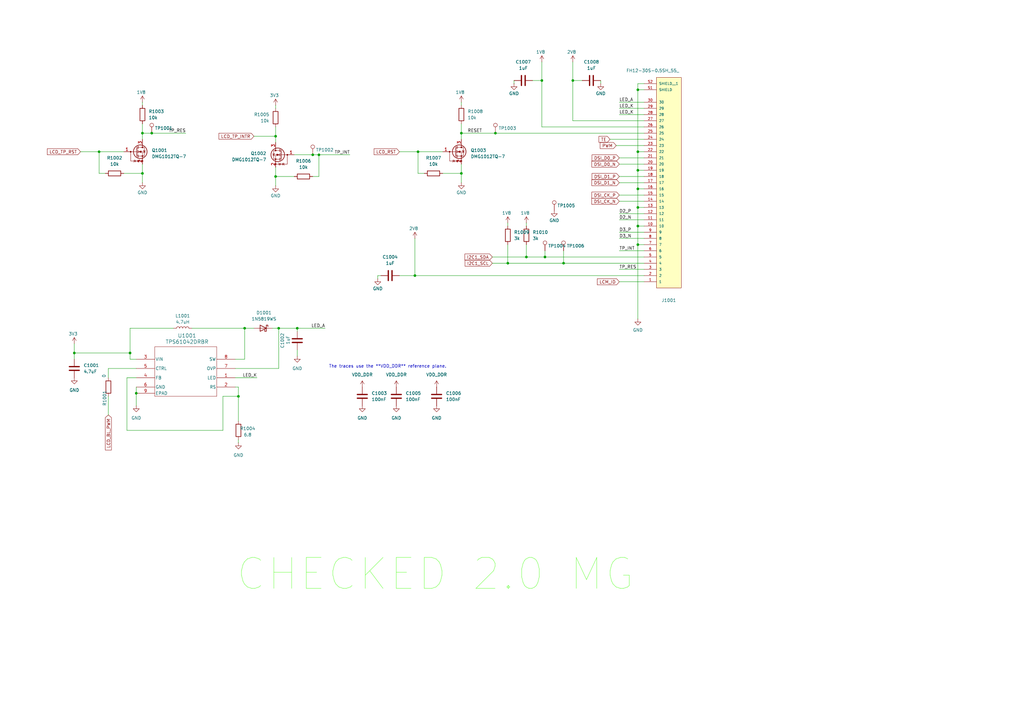
<source format=kicad_sch>
(kicad_sch (version 20250114) (generator "eeschema") (generator_version "9.0")
  (paper "A3")
  (title_block (title "DECKTRIX") (company "DECKTRIX-LAB") (comment 1 "Author: Mykola Grodskyi") (comment 2 "Copyright © 2025 Mykola Grodskyi.") (comment 3 "Licensed under CERN-OHL-S v2 (see LICENSE for details)") (comment 4 "PROVIDED \"AS IS\" WITHOUT WARRANTY OF ANY KIND") (comment 5 "Source: https://github.com/Decktrix-Lab/decktrix"))
  (lib_symbols
    (symbol "Connector:TestPoint" (pin_numbers (hide yes)) (pin_names (offset 0.762) (hide yes))
      (property "Reference" "TP" (at 0 6.858 0))
      (property "Value" "TestPoint" (at 0 5.08 0))
      (symbol "TestPoint_0_1"
        (circle (center 0 3.302) (radius 0.762))
      )
      (symbol "TestPoint_1_1"
        (pin passive line (at 0 0 90) (length 2.54) (name "1") (number "1"))
      )
    )
    (symbol "Device:C" (pin_numbers (hide yes)) (pin_names (offset 0.254))
      (property "Reference" "C" (at 0.635 2.54 0))
      (property "Value" "C" (at 0.635 -2.54 0))
      (symbol "C_0_1"
        (polyline (pts (xy -2.032 0.762) (xy 2.032 0.762)) (stroke (width 0.508)))
        (polyline (pts (xy -2.032 -0.762) (xy 2.032 -0.762)) (stroke (width 0.508)))
      )
      (symbol "C_1_1"
        (pin passive line (at 0 3.81 270) (length 2.794) (name "~") (number "1"))
        (pin passive line (at 0 -3.81 90) (length 2.794) (name "~") (number "2"))
      )
    )
    (symbol "Device:L" (pin_numbers (hide yes)) (pin_names (offset 1.016) (hide yes))
      (property "Reference" "L" (at -1.27 0 90))
      (property "Value" "L" (at 1.905 0 90))
      (symbol "L_0_1"
        (arc (start 0 2.54) (mid 0.6323 1.905) (end 0 1.27))
        (arc (start 0 1.27) (mid 0.6323 0.635) (end 0 0))
        (arc (start 0 0) (mid 0.6323 -0.635) (end 0 -1.27))
        (arc (start 0 -1.27) (mid 0.6323 -1.905) (end 0 -2.54))
      )
      (symbol "L_1_1"
        (pin passive line (at 0 3.81 270) (length 1.27) (name "1") (number "1"))
        (pin passive line (at 0 -3.81 90) (length 1.27) (name "2") (number "2"))
      )
    )
    (symbol "Device:R" (pin_numbers (hide yes)) (pin_names (offset 0))
      (property "Reference" "R" (at 2.032 0 90))
      (property "Value" "R" (at 0 0 90))
      (symbol "R_0_1"
        (rectangle (start -1.016 -2.54) (end 1.016 2.54) (stroke (width 0.254)))
      )
      (symbol "R_1_1"
        (pin passive line (at 0 3.81 270) (length 1.27) (name "~") (number "1"))
        (pin passive line (at 0 -3.81 90) (length 1.27) (name "~") (number "2"))
      )
    )
    (symbol "Diode:1N5819WS" (pin_numbers (hide yes)) (pin_names (offset 1.016) (hide yes))
      (property "Reference" "D" (at 0 2.54 0))
      (property "Value" "1N5819WS" (at 0 -2.54 0))
      (symbol "1N5819WS_0_1"
        (polyline (pts (xy -1.905 0.635) (xy -1.905 1.27) (xy -1.27 1.27) (xy -1.27 -1.27) (xy -0.635 -1.27) (xy -0.635 -0.635)) (stroke (width 0.254)))
        (polyline (pts (xy 1.27 1.27) (xy 1.27 -1.27) (xy -1.27 0) (xy 1.27 1.27)) (stroke (width 0.254)))
        (polyline (pts (xy 1.27 0) (xy -1.27 0)))
      )
      (symbol "1N5819WS_1_1"
        (pin passive line (at -3.81 0 0) (length 2.54) (name "K") (number "1"))
        (pin passive line (at 3.81 0 180) (length 2.54) (name "A") (number "2"))
      )
    )
    (symbol "FH12-30S-0.5SH_55_:FH12-30S-0.5SH_55_" (pin_names (offset 1.016))
      (property "Reference" "J" (at -5.1031 41.2766 0))
      (property "Value" "FH12-30S-0.5SH_55_" (at -5.0944 -48.3335 0))
      (symbol "FH12-30S-0.5SH_55__0_0"
        (rectangle (start -5.08 -45.72) (end 5.08 40.64) (stroke (width 0.1524)) (fill (type background)))
        (pin passive line (at 10.16 38.1 180) (length 5.08) (name "1") (number "1"))
        (pin passive line (at 10.16 35.56 180) (length 5.08) (name "2") (number "2"))
        (pin passive line (at 10.16 33.02 180) (length 5.08) (name "3") (number "3"))
        (pin passive line (at 10.16 30.48 180) (length 5.08) (name "4") (number "4"))
        (pin passive line (at 10.16 27.94 180) (length 5.08) (name "5") (number "5"))
        (pin passive line (at 10.16 25.4 180) (length 5.08) (name "6") (number "6"))
        (pin passive line (at 10.16 22.86 180) (length 5.08) (name "7") (number "7"))
        (pin passive line (at 10.16 20.32 180) (length 5.08) (name "8") (number "8"))
        (pin passive line (at 10.16 17.78 180) (length 5.08) (name "9") (number "9"))
        (pin passive line (at 10.16 15.24 180) (length 5.08) (name "10") (number "10"))
        (pin passive line (at 10.16 12.7 180) (length 5.08) (name "11") (number "11"))
        (pin passive line (at 10.16 10.16 180) (length 5.08) (name "12") (number "12"))
        (pin passive line (at 10.16 7.62 180) (length 5.08) (name "13") (number "13"))
        (pin passive line (at 10.16 5.08 180) (length 5.08) (name "14") (number "14"))
        (pin passive line (at 10.16 2.54 180) (length 5.08) (name "15") (number "15"))
        (pin passive line (at 10.16 0 180) (length 5.08) (name "16") (number "16"))
        (pin passive line (at 10.16 -2.54 180) (length 5.08) (name "17") (number "17"))
        (pin passive line (at 10.16 -5.08 180) (length 5.08) (name "18") (number "18"))
        (pin passive line (at 10.16 -7.62 180) (length 5.08) (name "19") (number "19"))
        (pin passive line (at 10.16 -10.16 180) (length 5.08) (name "20") (number "20"))
        (pin passive line (at 10.16 -12.7 180) (length 5.08) (name "21") (number "21"))
        (pin passive line (at 10.16 -15.24 180) (length 5.08) (name "22") (number "22"))
        (pin passive line (at 10.16 -17.78 180) (length 5.08) (name "23") (number "23"))
        (pin passive line (at 10.16 -20.32 180) (length 5.08) (name "24") (number "24"))
        (pin passive line (at 10.16 -22.86 180) (length 5.08) (name "25") (number "25"))
        (pin passive line (at 10.16 -25.4 180) (length 5.08) (name "26") (number "26"))
        (pin passive line (at 10.16 -27.94 180) (length 5.08) (name "27") (number "27"))
        (pin passive line (at 10.16 -30.48 180) (length 5.08) (name "28") (number "28"))
        (pin passive line (at 10.16 -33.02 180) (length 5.08) (name "29") (number "29"))
        (pin passive line (at 10.16 -35.56 180) (length 5.08) (name "30") (number "30"))
        (pin passive line (at 10.16 -40.64 180) (length 5.08) (name "SHIELD") (number "S1"))
        (pin passive line (at 10.16 -43.18 180) (length 5.08) (name "SHIELD__1") (number "S2"))
      )
    )
    (symbol "TPS61042:TPS61042DRBR" (pin_names (offset 0.254))
      (property "Reference" "U" (at 27.94 10.16 0))
      (property "Value" "TPS61042DRBR" (at 27.94 7.62 0))
      (symbol "TPS61042DRBR_0_1"
        (polyline (pts (xy 7.62 5.08) (xy 7.62 -15.24)) (stroke (width 0.127)))
        (polyline (pts (xy 7.62 -15.24) (xy 33.02 -15.24)) (stroke (width 0.127)) (fill (type background)))
        (polyline (pts (xy 33.02 5.08) (xy 7.62 5.08)) (stroke (width 0.127)))
        (polyline (pts (xy 33.02 -15.24) (xy 33.02 5.08)) (stroke (width 0.127)))
        (pin input line (at 0 0 0) (length 7.62) (name "VIN") (number "3"))
        (pin input line (at 0 -3.81 0) (length 7.62) (name "CTRL") (number "5"))
        (pin input line (at 0 -7.62 0) (length 7.62) (name "FB") (number "4"))
        (pin power_in line (at 0 -11.43 0) (length 7.62) (name "GND") (number "6"))
        (pin unspecified line (at 0 -13.97 0) (length 7.62) (name "EPAD") (number "9"))
        (pin input line (at 40.64 0 180) (length 7.62) (name "SW") (number "8"))
        (pin input line (at 40.64 -3.81 180) (length 7.62) (name "OVP") (number "7"))
        (pin input line (at 40.64 -7.62 180) (length 7.62) (name "LED") (number "1"))
        (pin output line (at 40.64 -11.43 180) (length 7.62) (name "RS") (number "2"))
      )
    )
    (symbol "Transistor_FET:DMG1012T" (pin_names (offset 0) (hide yes))
      (property "Reference" "Q" (at 5.08 1.905 0))
      (property "Value" "DMG1012T" (at 5.08 0 0))
      (symbol "DMG1012T_0_1"
        (polyline (pts (xy 2.54 -3.81) (xy -2.286 -3.81) (xy -2.286 0)))
      )
      (symbol "DMG1012T_1_1"
        (circle (center -2.286 0) (radius 0.254) (fill (type outline)))
        (polyline (pts (xy -1.016 -4.318) (xy -0.889 -4.191) (xy -0.889 -3.429) (xy -0.762 -3.302)))
        (polyline (pts (xy -0.889 -3.81) (xy -0.254 -4.191) (xy -0.254 -3.429) (xy -0.889 -3.81)))
        (polyline (pts (xy 0.254 1.905) (xy 0.254 -1.905)) (stroke (width 0.254)))
        (polyline (pts (xy 0.254 0) (xy -2.54 0)))
        (polyline (pts (xy 0.762 2.286) (xy 0.762 1.27)) (stroke (width 0.254)))
        (polyline (pts (xy 0.762 0.508) (xy 0.762 -0.508)) (stroke (width 0.254)))
        (polyline (pts (xy 0.762 -1.27) (xy 0.762 -2.286)) (stroke (width 0.254)))
        (polyline (pts (xy 0.762 -1.778) (xy 3.302 -1.778) (xy 3.302 1.778) (xy 0.762 1.778)))
        (polyline (pts (xy 1.016 0) (xy 2.032 0.381) (xy 2.032 -0.381) (xy 1.016 0)) (fill (type outline)))
        (polyline (pts (xy 1.143 -3.81) (xy 0.508 -3.429) (xy 0.508 -4.191) (xy 1.143 -3.81)))
        (polyline (pts (xy 1.27 -3.302) (xy 1.143 -3.429) (xy 1.143 -4.191) (xy 1.016 -4.318)))
        (circle (center 1.651 0) (radius 2.794) (stroke (width 0.254)))
        (polyline (pts (xy 2.54 2.54) (xy 2.54 1.778)))
        (circle (center 2.54 1.778) (radius 0.254) (fill (type outline)))
        (circle (center 2.54 -1.778) (radius 0.254) (fill (type outline)))
        (polyline (pts (xy 2.54 -2.54) (xy 2.54 0) (xy 0.762 0)))
        (circle (center 2.54 -3.81) (radius 0.254) (fill (type outline)))
        (polyline (pts (xy 2.794 0.508) (xy 2.921 0.381) (xy 3.683 0.381) (xy 3.81 0.254)))
        (polyline (pts (xy 3.302 0.381) (xy 2.921 -0.254) (xy 3.683 -0.254) (xy 3.302 0.381)))
        (pin input line (at -5.08 0 0) (length 2.54) (name "G") (number "1"))
        (pin passive line (at 2.54 5.08 270) (length 2.54) (name "D") (number "3"))
        (pin passive line (at 2.54 -5.08 90) (length 2.54) (name "S") (number "2"))
      )
    )
    (symbol "power:+36V" (power) (pin_numbers (hide yes)) (pin_names (offset 0) (hide yes))
      (property "Value" "+36V" (at 0 3.556 0))
      (symbol "+36V_0_1"
        (polyline (pts (xy -0.762 1.27) (xy 0 2.54)))
        (polyline (pts (xy 0 2.54) (xy 0.762 1.27)))
        (polyline (pts (xy 0 0) (xy 0 2.54)))
      )
      (symbol "+36V_1_1"
        (pin power_in line (at 0 0 90) (length 0) (name "~") (number "1"))
      )
    )
    (symbol "power:GND" (power) (pin_numbers (hide yes)) (pin_names (offset 0) (hide yes))
      (property "Value" "GND" (at 0 -3.81 0))
      (symbol "GND_0_1"
        (polyline (pts (xy 0 0) (xy 0 -1.27) (xy 1.27 -1.27) (xy 0 -2.54) (xy -1.27 -1.27) (xy 0 -1.27)))
      )
      (symbol "GND_1_1"
        (pin power_in line (at 0 0 270) (length 0) (name "~") (number "1"))
      )
    )
    (symbol "power:VCC" (power) (pin_numbers (hide yes)) (pin_names (offset 0) (hide yes))
      (property "Value" "VCC" (at 0 3.556 0))
      (symbol "VCC_0_1"
        (polyline (pts (xy -0.762 1.27) (xy 0 2.54)))
        (polyline (pts (xy 0 2.54) (xy 0.762 1.27)))
        (polyline (pts (xy 0 0) (xy 0 2.54)))
      )
      (symbol "VCC_1_1"
        (pin power_in line (at 0 0 90) (length 0) (name "~") (number "1"))
      )
    )
  )
  (text "The traces use the **VDD_DDR** reference plane." (at 159.004 150.368 0) (effects (font (size 1.27 1.27))))
  (text "CHECKED 2.0 MG\n" (at 178.562 235.712 0) (effects (font (size 12.7 12.7))))
  (junction (at 222.25 33.02))
  (junction (at 223.52 105.41))
  (junction (at 114.3 134.62))
  (junction (at 261.62 92.71))
  (junction (at 121.92 134.62))
  (junction (at 208.28 107.95))
  (junction (at 62.23 54.61))
  (junction (at 261.62 36.83))
  (junction (at 113.03 72.39))
  (junction (at 231.14 107.95))
  (junction (at 203.2 54.61))
  (junction (at 215.9 105.41))
  (junction (at 261.62 62.23))
  (junction (at 261.62 100.33))
  (junction (at 40.64 62.23))
  (junction (at 58.42 54.61))
  (junction (at 97.79 162.56))
  (junction (at 30.48 144.78))
  (junction (at 130.81 63.5))
  (junction (at 128.27 63.5))
  (junction (at 189.23 71.12))
  (junction (at 170.18 113.03))
  (junction (at 234.95 33.02))
  (junction (at 261.62 69.85))
  (junction (at 261.62 77.47))
  (junction (at 53.34 144.78))
  (junction (at 171.45 62.23))
  (junction (at 55.88 161.29))
  (junction (at 100.33 134.62))
  (junction (at 189.23 54.61))
  (junction (at 58.42 71.12))
  (junction (at 113.03 55.88))
  (junction (at 261.62 85.09))
  (wire (pts (xy 163.83 113.03) (xy 170.18 113.03)))
  (wire (pts (xy 121.92 134.62) (xy 121.92 135.89)))
  (wire (pts (xy 210.82 34.29) (xy 210.82 33.02)))
  (wire (pts (xy 128.27 72.39) (xy 130.81 72.39)))
  (wire (pts (xy 254 87.63) (xy 264.16 87.63)))
  (wire (pts (xy 128.27 63.5) (xy 120.65 63.5)))
  (wire (pts (xy 130.81 63.5) (xy 128.27 63.5)))
  (wire (pts (xy 58.42 54.61) (xy 62.23 54.61)))
  (wire (pts (xy 97.79 180.34) (xy 97.79 181.61)))
  (wire (pts (xy 154.94 114.3) (xy 154.94 113.03)))
  (wire (pts (xy 58.42 41.91) (xy 58.42 43.18)))
  (wire (pts (xy 58.42 54.61) (xy 58.42 57.15)))
  (wire (pts (xy 40.64 71.12) (xy 40.64 62.23)))
  (wire (pts (xy 261.62 36.83) (xy 264.16 36.83)))
  (wire (pts (xy 223.52 102.87) (xy 223.52 105.41)))
  (wire (pts (xy 254 97.79) (xy 264.16 97.79)))
  (wire (pts (xy 261.62 36.83) (xy 261.62 62.23)))
  (wire (pts (xy 261.62 100.33) (xy 264.16 100.33)))
  (wire (pts (xy 170.18 113.03) (xy 264.16 113.03)))
  (wire (pts (xy 163.83 62.23) (xy 171.45 62.23)))
  (wire (pts (xy 222.25 33.02) (xy 222.25 52.07)))
  (wire (pts (xy 261.62 77.47) (xy 264.16 77.47)))
  (wire (pts (xy 96.52 147.32) (xy 100.33 147.32)))
  (wire (pts (xy 171.45 71.12) (xy 171.45 62.23)))
  (wire (pts (xy 254 72.39) (xy 264.16 72.39)))
  (wire (pts (xy 113.03 43.18) (xy 113.03 44.45)))
  (wire (pts (xy 55.88 158.75) (xy 55.88 161.29)))
  (wire (pts (xy 62.23 54.61) (xy 76.2 54.61)))
  (wire (pts (xy 254 64.77) (xy 264.16 64.77)))
  (wire (pts (xy 254 44.45) (xy 264.16 44.45)))
  (wire (pts (xy 261.62 34.29) (xy 261.62 36.83)))
  (wire (pts (xy 33.02 62.23) (xy 40.64 62.23)))
  (wire (pts (xy 171.45 62.23) (xy 181.61 62.23)))
  (wire (pts (xy 261.62 85.09) (xy 261.62 92.71)))
  (wire (pts (xy 55.88 161.29) (xy 55.88 166.37)))
  (wire (pts (xy 30.48 147.32) (xy 30.48 144.78)))
  (wire (pts (xy 114.3 134.62) (xy 114.3 151.13)))
  (wire (pts (xy 50.8 71.12) (xy 58.42 71.12)))
  (wire (pts (xy 53.34 147.32) (xy 53.34 144.78)))
  (wire (pts (xy 58.42 74.93) (xy 58.42 71.12)))
  (wire (pts (xy 234.95 33.02) (xy 234.95 49.53)))
  (wire (pts (xy 189.23 54.61) (xy 203.2 54.61)))
  (wire (pts (xy 189.23 50.8) (xy 189.23 54.61)))
  (wire (pts (xy 173.99 71.12) (xy 171.45 71.12)))
  (wire (pts (xy 261.62 62.23) (xy 261.62 69.85)))
  (wire (pts (xy 261.62 100.33) (xy 261.62 130.81)))
  (wire (pts (xy 97.79 162.56) (xy 91.44 162.56)))
  (wire (pts (xy 215.9 91.44) (xy 215.9 92.71)))
  (wire (pts (xy 250.19 57.15) (xy 264.16 57.15)))
  (wire (pts (xy 43.18 71.12) (xy 40.64 71.12)))
  (wire (pts (xy 254 80.01) (xy 264.16 80.01)))
  (wire (pts (xy 231.14 107.95) (xy 264.16 107.95)))
  (wire (pts (xy 30.48 140.97) (xy 30.48 144.78)))
  (wire (pts (xy 189.23 74.93) (xy 189.23 71.12)))
  (wire (pts (xy 201.93 107.95) (xy 208.28 107.95)))
  (wire (pts (xy 44.45 170.18) (xy 44.45 162.56)))
  (wire (pts (xy 254 74.93) (xy 264.16 74.93)))
  (wire (pts (xy 44.45 154.94) (xy 44.45 151.13)))
  (wire (pts (xy 113.03 76.2) (xy 113.03 72.39)))
  (wire (pts (xy 208.28 107.95) (xy 231.14 107.95)))
  (wire (pts (xy 261.62 69.85) (xy 264.16 69.85)))
  (wire (pts (xy 254 95.25) (xy 264.16 95.25)))
  (wire (pts (xy 254 46.99) (xy 264.16 46.99)))
  (wire (pts (xy 113.03 72.39) (xy 113.03 68.58)))
  (wire (pts (xy 58.42 50.8) (xy 58.42 54.61)))
  (wire (pts (xy 254 110.49) (xy 264.16 110.49)))
  (wire (pts (xy 234.95 49.53) (xy 264.16 49.53)))
  (wire (pts (xy 130.81 63.5) (xy 143.51 63.5)))
  (wire (pts (xy 246.38 34.29) (xy 246.38 33.02)))
  (wire (pts (xy 234.95 25.4) (xy 234.95 33.02)))
  (wire (pts (xy 113.03 58.42) (xy 113.03 55.88)))
  (wire (pts (xy 181.61 71.12) (xy 189.23 71.12)))
  (wire (pts (xy 203.2 54.61) (xy 264.16 54.61)))
  (wire (pts (xy 264.16 34.29) (xy 261.62 34.29)))
  (wire (pts (xy 201.93 105.41) (xy 215.9 105.41)))
  (wire (pts (xy 264.16 62.23) (xy 261.62 62.23)))
  (wire (pts (xy 223.52 105.41) (xy 264.16 105.41)))
  (wire (pts (xy 91.44 176.53) (xy 52.07 176.53)))
  (wire (pts (xy 52.07 154.94) (xy 55.88 154.94)))
  (wire (pts (xy 170.18 97.79) (xy 170.18 113.03)))
  (wire (pts (xy 238.76 33.02) (xy 234.95 33.02)))
  (wire (pts (xy 231.14 102.87) (xy 231.14 107.95)))
  (wire (pts (xy 215.9 100.33) (xy 215.9 105.41)))
  (wire (pts (xy 215.9 105.41) (xy 223.52 105.41)))
  (wire (pts (xy 264.16 85.09) (xy 261.62 85.09)))
  (wire (pts (xy 113.03 52.07) (xy 113.03 55.88)))
  (wire (pts (xy 100.33 134.62) (xy 100.33 147.32)))
  (wire (pts (xy 261.62 69.85) (xy 261.62 77.47)))
  (wire (pts (xy 44.45 151.13) (xy 55.88 151.13)))
  (wire (pts (xy 222.25 52.07) (xy 264.16 52.07)))
  (wire (pts (xy 96.52 158.75) (xy 97.79 158.75)))
  (wire (pts (xy 208.28 91.44) (xy 208.28 92.71)))
  (wire (pts (xy 218.44 33.02) (xy 222.25 33.02)))
  (wire (pts (xy 111.76 134.62) (xy 114.3 134.62)))
  (wire (pts (xy 121.92 143.51) (xy 121.92 146.05)))
  (wire (pts (xy 261.62 77.47) (xy 261.62 85.09)))
  (wire (pts (xy 208.28 100.33) (xy 208.28 107.95)))
  (wire (pts (xy 30.48 144.78) (xy 53.34 144.78)))
  (wire (pts (xy 120.65 72.39) (xy 113.03 72.39)))
  (wire (pts (xy 104.14 55.88) (xy 113.03 55.88)))
  (wire (pts (xy 254 102.87) (xy 264.16 102.87)))
  (wire (pts (xy 114.3 151.13) (xy 96.52 151.13)))
  (wire (pts (xy 254 41.91) (xy 264.16 41.91)))
  (wire (pts (xy 114.3 134.62) (xy 121.92 134.62)))
  (wire (pts (xy 52.07 176.53) (xy 52.07 154.94)))
  (wire (pts (xy 254 82.55) (xy 264.16 82.55)))
  (wire (pts (xy 55.88 147.32) (xy 53.34 147.32)))
  (wire (pts (xy 78.74 134.62) (xy 100.33 134.62)))
  (wire (pts (xy 97.79 162.56) (xy 97.79 172.72)))
  (wire (pts (xy 97.79 162.56) (xy 97.79 158.75)))
  (wire (pts (xy 96.52 154.94) (xy 105.41 154.94)))
  (wire (pts (xy 254 115.57) (xy 264.16 115.57)))
  (wire (pts (xy 58.42 71.12) (xy 58.42 67.31)))
  (wire (pts (xy 40.64 62.23) (xy 50.8 62.23)))
  (wire (pts (xy 154.94 113.03) (xy 156.21 113.03)))
  (wire (pts (xy 121.92 134.62) (xy 133.35 134.62)))
  (wire (pts (xy 100.33 134.62) (xy 104.14 134.62)))
  (wire (pts (xy 261.62 92.71) (xy 261.62 100.33)))
  (wire (pts (xy 91.44 162.56) (xy 91.44 176.53)))
  (wire (pts (xy 254 90.17) (xy 264.16 90.17)))
  (wire (pts (xy 53.34 144.78) (xy 53.34 134.62)))
  (wire (pts (xy 189.23 57.15) (xy 189.23 54.61)))
  (wire (pts (xy 53.34 134.62) (xy 71.12 134.62)))
  (wire (pts (xy 261.62 92.71) (xy 264.16 92.71)))
  (wire (pts (xy 254 67.31) (xy 264.16 67.31)))
  (wire (pts (xy 189.23 41.91) (xy 189.23 43.18)))
  (wire (pts (xy 252.73 59.69) (xy 264.16 59.69)))
  (wire (pts (xy 130.81 72.39) (xy 130.81 63.5)))
  (wire (pts (xy 222.25 25.4) (xy 222.25 33.02)))
  (wire (pts (xy 189.23 71.12) (xy 189.23 67.31)))
  (label "LED_K" (at 105.41 154.94 180))
  (label "LED_A" (at 133.35 134.62 180))
  (label "LED_K" (at 254 44.45 0))
  (label "D2_N" (at 254 90.17 0))
  (label "D2_P" (at 254 87.63 0))
  (label "TP_RES" (at 254 110.49 0))
  (label "LED_K" (at 254 46.99 0))
  (label "TP_INT" (at 143.51 63.5 180))
  (label "LED_A" (at 254 41.91 0))
  (label "RESET" (at 191.77 54.61 0))
  (label "TP_RES" (at 76.2 54.61 180))
  (label "TP_INT" (at 254 102.87 0))
  (label "D3_P" (at 254 95.25 0))
  (label "D3_N" (at 254 97.79 0))
  (global_label "DSI_D1_N" (shape input) (at 254 74.93 180) (property "Intersheetrefs" "${INTERSHEET_REFS}" (effects (hide yes))))
  (global_label "I2C1_SDA" (shape input) (at 201.93 105.41 180) (property "Intersheetrefs" "${INTERSHEET_REFS}" (effects (hide yes))))
  (global_label "I2C1_SCL" (shape input) (at 201.93 107.95 180) (property "Intersheetrefs" "${INTERSHEET_REFS}" (effects (hide yes))))
  (global_label "LCD_TP_INTR" (shape input) (at 104.14 55.88 180) (property "Intersheetrefs" "${INTERSHEET_REFS}" (effects (hide yes))))
  (global_label "LCM_ID" (shape input) (at 254 115.57 180) (property "Intersheetrefs" "${INTERSHEET_REFS}" (effects (hide yes))))
  (global_label "DSI_CK_P" (shape input) (at 254 80.01 180) (property "Intersheetrefs" "${INTERSHEET_REFS}" (effects (hide yes))))
  (global_label "DSI_D0_P" (shape input) (at 254 64.77 180) (property "Intersheetrefs" "${INTERSHEET_REFS}" (effects (hide yes))))
  (global_label "DSI_D1_P" (shape input) (at 254 72.39 180) (property "Intersheetrefs" "${INTERSHEET_REFS}" (effects (hide yes))))
  (global_label "DSI_CK_N" (shape input) (at 254 82.55 180) (property "Intersheetrefs" "${INTERSHEET_REFS}" (effects (hide yes))))
  (global_label "TE" (shape input) (at 250.19 57.15 180) (property "Intersheetrefs" "${INTERSHEET_REFS}" (effects (hide yes))))
  (global_label "PWM" (shape input) (at 252.73 59.69 180) (property "Intersheetrefs" "${INTERSHEET_REFS}" (effects (hide yes))))
  (global_label "LCD_TP_RST" (shape input) (at 33.02 62.23 180) (property "Intersheetrefs" "${INTERSHEET_REFS}" (effects (hide yes))))
  (global_label "LCD_RST" (shape input) (at 163.83 62.23 180) (property "Intersheetrefs" "${INTERSHEET_REFS}" (effects (hide yes))))
  (global_label "DSI_D0_N" (shape input) (at 254 67.31 180) (property "Intersheetrefs" "${INTERSHEET_REFS}" (effects (hide yes))))
  (global_label "LCD_BL_PWM" (shape input) (at 44.45 170.18 270) (property "Intersheetrefs" "${INTERSHEET_REFS}" (effects (hide yes))))
  (symbol (lib_id "power:VCC") (at 222.25 25.4 0) (unit 1)
    (property "Reference" "#PWR01023" (effects (hide yes)))
    (property "Value" "1V8" (at 221.742 21.336 0))
    (property "Description" "Power symbol creates a global label with name \"VCC\"" (effects (hide yes)))
  )
  (symbol (lib_id "Device:C") (at 242.57 33.02 90) (unit 1)
    (property "Reference" "C1008" (at 242.57 25.4 90))
    (property "Value" "1uF" (at 242.57 27.94 90))
    (property "Footprint" "lib:C_0402_small" (effects (hide yes)))
    (property "Description" "Unpolarized capacitor" (effects (hide yes)))
    (property "LCSC Part #" "C52923" (effects (hide yes)))
    (property "REC P/N" "GRM155R61E105KA12D" (effects (hide yes)))
    (property "Mouser P/N" "81-GRM155R61E105KA2D" (effects (hide yes)))
  )
  (symbol (lib_id "power:VCC") (at 113.03 43.18 0) (unit 1)
    (property "Reference" "#PWR01007" (effects (hide yes)))
    (property "Value" "3V3" (at 112.522 39.116 0))
    (property "Description" "Power symbol creates a global label with name \"VCC\"" (effects (hide yes)))
  )
  (symbol (lib_id "power:GND") (at 113.03 76.2 0) (mirror y) (unit 1)
    (property "Reference" "#PWR01008" (effects (hide yes)))
    (property "Value" "GND" (at 113.03 80.264 0))
    (property "Description" "Power symbol creates a global label with name \"GND\" , ground" (effects (hide yes)))
  )
  (symbol (lib_id "power:GND") (at 227.33 86.36 0) (unit 1)
    (property "Reference" "#PWR01024" (effects (hide yes)))
    (property "Value" "GND" (at 227.33 90.424 0))
    (property "Description" "Power symbol creates a global label with name \"GND\" , ground" (effects (hide yes)))
  )
  (symbol (lib_id "power:GND") (at 30.48 154.94 0) (unit 1)
    (property "Reference" "#PWR01002" (effects (hide yes)))
    (property "Value" "GND" (at 30.48 160.02 0))
    (property "Description" "Power symbol creates a global label with name \"GND\" , ground" (effects (hide yes)))
  )
  (symbol (lib_id "power:+36V") (at 148.59 158.75 0) (unit 1)
    (property "Reference" "#PWR01010" (effects (hide yes)))
    (property "Value" "VDD_DDR" (at 148.59 153.67 0))
    (property "Description" "Power symbol creates a global label with name \"+36V\"" (effects (hide yes)))
  )
  (symbol (lib_id "power:VCC") (at 170.18 97.79 0) (unit 1)
    (property "Reference" "#PWR01015" (effects (hide yes)))
    (property "Value" "2V8" (at 169.672 93.726 0))
    (property "Description" "Power symbol creates a global label with name \"VCC\"" (effects (hide yes)))
  )
  (symbol (lib_id "Connector:TestPoint") (at 203.2 54.61 0) (unit 1)
    (property "Reference" "TP1003" (at 204.47 52.578 0) (effects (justify left)))
    (property "Value" "TestPoint" (effects (hide yes)))
    (property "Footprint" "lib:TP_0.5" (effects (hide yes)))
    (property "Description" "test point" (effects (hide yes)))
    (property "LCSC Part #" "DNI" (effects (hide yes)))
    (property "Mouser P/N" "DNI" (effects (hide yes)))
    (property "REC P/N" "DNI" (effects (hide yes)))
  )
  (symbol (lib_id "Connector:TestPoint") (at 62.23 54.61 0) (unit 1)
    (property "Reference" "TP1001" (at 63.5 52.578 0) (effects (justify left)))
    (property "Value" "TestPoint" (effects (hide yes)))
    (property "Footprint" "lib:TP_0.5" (effects (hide yes)))
    (property "Description" "test point" (effects (hide yes)))
    (property "LCSC Part #" "DNI" (effects (hide yes)))
    (property "Mouser P/N" "DNI" (effects (hide yes)))
    (property "REC P/N" "DNI" (effects (hide yes)))
  )
  (symbol (lib_id "Device:C") (at 162.56 162.56 0) (unit 1)
    (property "Reference" "C1005" (at 166.37 161.2899 0) (effects (justify left)))
    (property "Value" "100nF" (at 166.37 163.8299 0) (effects (justify left)))
    (property "Footprint" "lib:C_0402_small" (effects (hide yes)))
    (property "Description" "Unpolarized capacitor" (effects (hide yes)))
    (property "LCSC#" "C1525" (effects (hide yes)))
    (property "LCSC Part #" "C307331" (effects (hide yes)))
    (property "Mouser P/N" "81-GRM155R61E104KA7J" (effects (hide yes)))
    (property "REC P/N" " GRM155R61E104KA87J" (effects (hide yes)))
  )
  (symbol (lib_id "power:GND") (at 162.56 166.37 0) (unit 1)
    (property "Reference" "#PWR01014" (effects (hide yes)))
    (property "Value" "GND" (at 162.56 171.45 0))
    (property "Description" "Power symbol creates a global label with name \"GND\" , ground" (effects (hide yes)))
  )
  (symbol (lib_id "power:VCC") (at 189.23 41.91 0) (unit 1)
    (property "Reference" "#PWR01018" (effects (hide yes)))
    (property "Value" "1V8" (at 188.722 37.846 0))
    (property "Description" "Power symbol creates a global label with name \"VCC\"" (effects (hide yes)))
  )
  (symbol (lib_id "power:GND") (at 154.94 114.3 0) (unit 1)
    (property "Reference" "#PWR01012" (effects (hide yes)))
    (property "Value" "GND" (at 154.94 118.364 0))
    (property "Description" "Power symbol creates a global label with name \"GND\" , ground" (effects (hide yes)))
  )
  (symbol (lib_id "Device:C") (at 148.59 162.56 0) (unit 1)
    (property "Reference" "C1003" (at 152.4 161.2899 0) (effects (justify left)))
    (property "Value" "100nF" (at 152.4 163.8299 0) (effects (justify left)))
    (property "Footprint" "lib:C_0402_small" (effects (hide yes)))
    (property "Description" "Unpolarized capacitor" (effects (hide yes)))
    (property "LCSC#" "C1525" (effects (hide yes)))
    (property "LCSC Part #" "C307331" (effects (hide yes)))
    (property "Mouser P/N" "81-GRM155R61E104KA7J" (effects (hide yes)))
    (property "REC P/N" " GRM155R61E104KA87J" (effects (hide yes)))
  )
  (symbol (lib_id "power:GND") (at 58.42 74.93 0) (unit 1)
    (property "Reference" "#PWR01005" (effects (hide yes)))
    (property "Value" "GND" (at 58.42 78.994 0))
    (property "Description" "Power symbol creates a global label with name \"GND\" , ground" (effects (hide yes)))
  )
  (symbol (lib_id "power:GND") (at 210.82 34.29 0) (unit 1)
    (property "Reference" "#PWR01021" (effects (hide yes)))
    (property "Value" "GND" (at 210.82 38.354 0))
    (property "Description" "Power symbol creates a global label with name \"GND\" , ground" (effects (hide yes)))
  )
  (symbol (lib_id "power:VCC") (at 208.28 91.44 0) (unit 1)
    (property "Reference" "#PWR01020" (effects (hide yes)))
    (property "Value" "1V8" (at 207.772 87.376 0))
    (property "Description" "Power symbol creates a global label with name \"VCC\"" (effects (hide yes)))
  )
  (symbol (lib_id "power:VCC") (at 58.42 41.91 0) (unit 1)
    (property "Reference" "#PWR01004" (effects (hide yes)))
    (property "Value" "1V8" (at 57.912 37.846 0))
    (property "Description" "Power symbol creates a global label with name \"VCC\"" (effects (hide yes)))
  )
  (symbol (lib_id "power:VCC") (at 30.48 140.97 0) (unit 1)
    (property "Reference" "#PWR01001" (effects (hide yes)))
    (property "Value" "3V3" (at 29.972 136.906 0))
    (property "Description" "Power symbol creates a global label with name \"VCC\"" (effects (hide yes)))
  )
  (symbol (lib_id "Connector:TestPoint") (at 227.33 86.36 0) (unit 1)
    (property "Reference" "TP1005" (at 228.6 84.328 0) (effects (justify left)))
    (property "Value" "TestPoint" (effects (hide yes)))
    (property "Footprint" "lib:TP_0.5" (effects (hide yes)))
    (property "Description" "test point" (effects (hide yes)))
    (property "LCSC Part #" "DNI" (effects (hide yes)))
    (property "Mouser P/N" "DNI" (effects (hide yes)))
    (property "REC P/N" "DNI" (effects (hide yes)))
  )
  (symbol (lib_id "Device:C") (at 160.02 113.03 90) (unit 1)
    (property "Reference" "C1004" (at 160.02 105.41 90))
    (property "Value" "1uF" (at 160.02 107.95 90))
    (property "Footprint" "lib:C_0402_small" (effects (hide yes)))
    (property "Description" "Unpolarized capacitor" (effects (hide yes)))
    (property "LCSC Part #" "C52923" (effects (hide yes)))
    (property "REC P/N" "GRM155R61E105KA12D" (effects (hide yes)))
    (property "Mouser P/N" "81-GRM155R61E105KA2D" (effects (hide yes)))
  )
  (symbol (lib_id "power:+36V") (at 162.56 158.75 0) (unit 1)
    (property "Reference" "#PWR01013" (effects (hide yes)))
    (property "Value" "VDD_DDR" (at 162.56 153.67 0))
    (property "Description" "Power symbol creates a global label with name \"+36V\"" (effects (hide yes)))
  )
  (symbol (lib_id "power:GND") (at 97.79 181.61 0) (unit 1)
    (property "Reference" "#PWR01006" (effects (hide yes)))
    (property "Value" "GND" (at 97.79 186.69 0))
    (property "Description" "Power symbol creates a global label with name \"GND\" , ground" (effects (hide yes)))
  )
  (symbol (lib_id "power:GND") (at 189.23 74.93 0) (unit 1)
    (property "Reference" "#PWR01019" (effects (hide yes)))
    (property "Value" "GND" (at 189.23 78.994 0))
    (property "Description" "Power symbol creates a global label with name \"GND\" , ground" (effects (hide yes)))
  )
  (symbol (lib_id "Connector:TestPoint") (at 223.52 102.87 0) (unit 1)
    (property "Reference" "TP1004" (at 224.79 100.838 0) (effects (justify left)))
    (property "Value" "TestPoint" (effects (hide yes)))
    (property "Footprint" "lib:TP_0.5" (effects (hide yes)))
    (property "Description" "test point" (effects (hide yes)))
    (property "LCSC Part #" "DNI" (effects (hide yes)))
    (property "Mouser P/N" "DNI" (effects (hide yes)))
    (property "REC P/N" "DNI" (effects (hide yes)))
  )
  (symbol (lib_id "power:GND") (at 148.59 166.37 0) (unit 1)
    (property "Reference" "#PWR01011" (effects (hide yes)))
    (property "Value" "GND" (at 148.59 171.45 0))
    (property "Description" "Power symbol creates a global label with name \"GND\" , ground" (effects (hide yes)))
  )
  (symbol (lib_id "Device:R") (at 44.45 158.75 0) (unit 1)
    (property "Reference" "R1001" (at 42.926 163.322 90))
    (property "Value" "0" (at 42.672 154.178 90))
    (property "Footprint" "Resistor_SMD:R_0402_1005Metric" (effects (hide yes)))
    (property "Description" "Resistor" (effects (hide yes)))
    (property "LCSC Part #" "C17168" (effects (hide yes)))
  )
  (symbol (lib_id "Device:C") (at 214.63 33.02 270) (mirror x) (unit 1)
    (property "Reference" "C1007" (at 214.63 25.4 90))
    (property "Value" "1uF" (at 214.63 27.94 90))
    (property "Footprint" "lib:C_0402_small" (effects (hide yes)))
    (property "Description" "Unpolarized capacitor" (effects (hide yes)))
    (property "LCSC Part #" "C52923" (effects (hide yes)))
    (property "REC P/N" "GRM155R61E105KA12D" (effects (hide yes)))
    (property "Mouser P/N" "81-GRM155R61E105KA2D" (effects (hide yes)))
  )
  (symbol (lib_id "Device:R") (at 208.28 96.52 180) (unit 1)
    (property "Reference" "R1009" (at 210.82 95.2499 0) (effects (justify right)))
    (property "Value" "3k" (at 210.82 97.7899 0) (effects (justify right)))
    (property "Footprint" "Resistor_SMD:R_0402_1005Metric" (effects (hide yes)))
    (property "Description" "Resistor" (effects (hide yes)))
    (property "LCSC Part #" "C25784" (effects (hide yes)))
  )
  (symbol (lib_id "Device:R") (at 46.99 71.12 270) (unit 1)
    (property "Reference" "R1002" (at 46.99 64.77 90))
    (property "Value" "10k" (at 46.99 67.31 90))
    (property "Footprint" "Resistor_SMD:R_0402_1005Metric" (effects (hide yes)))
    (property "Description" "Resistor" (effects (hide yes)))
    (property "LCSC Part #" "C25744" (effects (hide yes)))
  )
  (symbol (lib_id "FH12-30S-0.5SH_55_:FH12-30S-0.5SH_55_") (at 274.32 77.47 180) (unit 1)
    (property "Reference" "J1001" (at 274.32 123.19 0))
    (property "Value" "FH12-30S-0.5SH_55_" (at 267.716 28.956 0))
    (property "Footprint" "lib:HIROSE_FH12-30S-0.5SH_55_" (effects (hide yes)))
    (property "STANDARD" "Manufacturer Recommendation" (effects (hide yes)))
    (property "MANUFACTURER" "Hirose" (effects (hide yes)))
    (property "LCSC#" " C506793" (effects (hide yes)))
    (property "LCSC Part #" "C506793" (effects (hide yes)))
  )
  (symbol (lib_id "TPS61042:TPS61042DRBR") (at 55.88 147.32 0) (unit 1)
    (property "Reference" "U1001" (at 76.708 137.668 0) (effects (font (size 1.524 1.524))))
    (property "Value" "TPS61042DRBR" (at 76.708 140.208 0) (effects (font (size 1.524 1.524))))
    (property "Footprint" "lib:DRB8_1P75X1P5" (effects (hide yes)))
    (property "Datasheet" "TPS61042DRBR" (effects (hide yes)))
    (property "LCSC#" "C91304" (effects (hide yes)))
    (property "LCSC Part #" "C91304" (effects (hide yes)))
    (property "REC P/N" "TPS61042DRBR" (effects (hide yes)))
  )
  (symbol (lib_id "Device:C") (at 30.48 151.13 180) (unit 1)
    (property "Reference" "C1001" (at 34.29 149.8599 0) (effects (justify right)))
    (property "Value" "4.7uF" (at 34.29 152.3999 0) (effects (justify right)))
    (property "Footprint" "lib:C_0402_small" (effects (hide yes)))
    (property "Description" "Unpolarized capacitor" (effects (hide yes)))
    (property "Mouser P/N" "81-GRM155R60J475ME7J" (effects (hide yes)))
    (property "LCSC Part #" "C23733" (effects (hide yes)))
    (property "REC P/N" "GRM155R60J475ME47" (effects (hide yes)))
  )
  (symbol (lib_id "power:+36V") (at 179.07 158.75 0) (unit 1)
    (property "Reference" "#PWR01016" (effects (hide yes)))
    (property "Value" "VDD_DDR" (at 179.07 153.67 0))
    (property "Description" "Power symbol creates a global label with name \"+36V\"" (effects (hide yes)))
  )
  (symbol (lib_id "Transistor_FET:DMG1012T") (at 55.88 62.23 0) (unit 1)
    (property "Reference" "Q1001" (at 62.23 61.6584 0) (effects (justify left)))
    (property "Value" "DMG1012TQ-7" (at 62.23 64.1984 0) (effects (justify left)))
    (property "Footprint" "Package_TO_SOT_SMD:SOT-523" (effects (hide yes)))
    (property "Datasheet" "https://www.diodes.com/assets/Datasheets/ds31783.pdf" (effects (hide yes)))
    (property "Description" "20V Vds, 0.63 Id, N-Channel MOSFET with ESD protection, SOT-523" (effects (hide yes)))
    (property "LCSC Part #" "C531154" (effects (hide yes)))
  )
  (symbol (lib_id "power:GND") (at 246.38 34.29 0) (unit 1)
    (property "Reference" "#PWR01026" (effects (hide yes)))
    (property "Value" "GND" (at 246.38 38.354 0))
    (property "Description" "Power symbol creates a global label with name \"GND\" , ground" (effects (hide yes)))
  )
  (symbol (lib_id "Device:R") (at 189.23 46.99 180) (unit 1)
    (property "Reference" "R1008" (at 191.77 45.7199 0) (effects (justify right)))
    (property "Value" "10k" (at 191.77 48.2599 0) (effects (justify right)))
    (property "Footprint" "Resistor_SMD:R_0402_1005Metric" (effects (hide yes)))
    (property "Description" "Resistor" (effects (hide yes)))
    (property "LCSC Part #" "C25744" (effects (hide yes)))
  )
  (symbol (lib_id "power:VCC") (at 234.95 25.4 0) (unit 1)
    (property "Reference" "#PWR01025" (effects (hide yes)))
    (property "Value" "2V8" (at 234.442 21.336 0))
    (property "Description" "Power symbol creates a global label with name \"VCC\"" (effects (hide yes)))
  )
  (symbol (lib_id "Device:R") (at 113.03 48.26 0) (mirror x) (unit 1)
    (property "Reference" "R1005" (at 110.49 46.9899 0) (effects (justify right)))
    (property "Value" "10k" (at 110.49 49.5299 0) (effects (justify right)))
    (property "Footprint" "Resistor_SMD:R_0402_1005Metric" (effects (hide yes)))
    (property "Description" "Resistor" (effects (hide yes)))
    (property "LCSC Part #" "C25744" (effects (hide yes)))
  )
  (symbol (lib_id "Device:C") (at 121.92 139.7 180) (unit 1)
    (property "Reference" "C1002" (at 115.824 139.7 90))
    (property "Value" "1uF" (at 118.11 139.446 90))
    (property "Footprint" "lib:C_0402_small" (effects (hide yes)))
    (property "Description" "Unpolarized capacitor" (effects (hide yes)))
    (property "Mouser P/N" "81-GRM155R61E105KA2D" (effects (hide yes)))
    (property "LCSC Part #" "C52923" (effects (hide yes)))
    (property "REC P/N" "GRM155R61E105KA12D" (effects (hide yes)))
  )
  (symbol (lib_id "power:GND") (at 261.62 130.81 0) (unit 1)
    (property "Reference" "#PWR01027" (effects (hide yes)))
    (property "Value" "GND" (at 261.62 135.382 0))
    (property "Description" "Power symbol creates a global label with name \"GND\" , ground" (effects (hide yes)))
  )
  (symbol (lib_id "Connector:TestPoint") (at 231.14 102.87 0) (unit 1)
    (property "Reference" "TP1006" (at 232.41 100.838 0) (effects (justify left)))
    (property "Value" "TestPoint" (effects (hide yes)))
    (property "Footprint" "lib:TP_0.5" (effects (hide yes)))
    (property "Description" "test point" (effects (hide yes)))
    (property "LCSC Part #" "DNI" (effects (hide yes)))
    (property "Mouser P/N" "DNI" (effects (hide yes)))
    (property "REC P/N" "DNI" (effects (hide yes)))
  )
  (symbol (lib_id "power:GND") (at 179.07 166.37 0) (unit 1)
    (property "Reference" "#PWR01017" (effects (hide yes)))
    (property "Value" "GND" (at 179.07 171.45 0))
    (property "Description" "Power symbol creates a global label with name \"GND\" , ground" (effects (hide yes)))
  )
  (symbol (lib_id "Transistor_FET:DMG1012T") (at 115.57 63.5 0) (mirror y) (unit 1)
    (property "Reference" "Q1002" (at 109.22 62.9284 0) (effects (justify left)))
    (property "Value" "DMG1012TQ-7" (at 109.22 65.4684 0) (effects (justify left)))
    (property "Footprint" "Package_TO_SOT_SMD:SOT-523" (effects (hide yes)))
    (property "Datasheet" "https://www.diodes.com/assets/Datasheets/ds31783.pdf" (effects (hide yes)))
    (property "Description" "20V Vds, 0.63 Id, N-Channel MOSFET with ESD protection, SOT-523" (effects (hide yes)))
    (property "LCSC Part #" "C531154" (effects (hide yes)))
  )
  (symbol (lib_id "Device:C") (at 179.07 162.56 0) (unit 1)
    (property "Reference" "C1006" (at 182.88 161.2899 0) (effects (justify left)))
    (property "Value" "100nF" (at 182.88 163.8299 0) (effects (justify left)))
    (property "Footprint" "lib:C_0402_small" (effects (hide yes)))
    (property "Description" "Unpolarized capacitor" (effects (hide yes)))
    (property "LCSC#" "C1525" (effects (hide yes)))
    (property "LCSC Part #" "C307331" (effects (hide yes)))
    (property "Mouser P/N" "81-GRM155R61E104KA7J" (effects (hide yes)))
    (property "REC P/N" " GRM155R61E104KA87J" (effects (hide yes)))
  )
  (symbol (lib_id "Connector:TestPoint") (at 128.27 63.5 0) (unit 1)
    (property "Reference" "TP1002" (at 129.54 61.468 0) (effects (justify left)))
    (property "Value" "TestPoint" (effects (hide yes)))
    (property "Footprint" "lib:TP_0.5" (effects (hide yes)))
    (property "Description" "test point" (effects (hide yes)))
    (property "LCSC Part #" "DNI" (effects (hide yes)))
    (property "Mouser P/N" "DNI" (effects (hide yes)))
    (property "REC P/N" "DNI" (effects (hide yes)))
  )
  (symbol (lib_id "Device:R") (at 97.79 176.53 180) (unit 1)
    (property "Reference" "R1004" (at 101.6 175.768 0))
    (property "Value" "6.8" (at 101.6 178.308 0))
    (property "Footprint" "Resistor_SMD:R_0402_1005Metric" (effects (hide yes)))
    (property "Description" "Resistor" (effects (hide yes)))
    (property "LCSC#" "C23164" (effects (hide yes)))
    (property "LCSC Part #" "C38373" (effects (hide yes)))
  )
  (symbol (lib_id "power:VCC") (at 215.9 91.44 0) (unit 1)
    (property "Reference" "#PWR01022" (effects (hide yes)))
    (property "Value" "1V8" (at 215.392 87.376 0))
    (property "Description" "Power symbol creates a global label with name \"VCC\"" (effects (hide yes)))
  )
  (symbol (lib_id "Device:R") (at 177.8 71.12 270) (unit 1)
    (property "Reference" "R1007" (at 177.8 64.77 90))
    (property "Value" "10k" (at 177.8 67.31 90))
    (property "Footprint" "Resistor_SMD:R_0402_1005Metric" (effects (hide yes)))
    (property "Description" "Resistor" (effects (hide yes)))
    (property "LCSC Part #" "C25744" (effects (hide yes)))
  )
  (symbol (lib_id "power:GND") (at 55.88 166.37 0) (unit 1)
    (property "Reference" "#PWR01003" (effects (hide yes)))
    (property "Value" "GND" (at 55.88 171.45 0))
    (property "Description" "Power symbol creates a global label with name \"GND\" , ground" (effects (hide yes)))
  )
  (symbol (lib_id "power:GND") (at 121.92 146.05 0) (unit 1)
    (property "Reference" "#PWR01009" (effects (hide yes)))
    (property "Value" "GND" (at 121.92 151.13 0))
    (property "Description" "Power symbol creates a global label with name \"GND\" , ground" (effects (hide yes)))
  )
  (symbol (lib_id "Device:L") (at 74.93 134.62 90) (unit 1)
    (property "Reference" "L1001" (at 74.93 129.54 90))
    (property "Value" "4.7uH" (at 74.93 132.08 90))
    (property "Footprint" "Inductor_SMD:L_1210_3225Metric" (effects (hide yes)))
    (property "Description" "DFE322512F-4R7M=P2" (effects (hide yes)))
    (property "LCSC#" "C703083" (effects (hide yes)))
    (property "LCSC Part #" "C703083" (effects (hide yes)))
    (property "REC P/N" "DFE322512F-4R7M=P2" (effects (hide yes)))
  )
  (symbol (lib_id "Transistor_FET:DMG1012T") (at 186.69 62.23 0) (unit 1)
    (property "Reference" "Q1003" (at 193.04 61.6584 0) (effects (justify left)))
    (property "Value" "DMG1012TQ-7" (at 193.04 64.1984 0) (effects (justify left)))
    (property "Footprint" "Package_TO_SOT_SMD:SOT-523" (effects (hide yes)))
    (property "Datasheet" "https://www.diodes.com/assets/Datasheets/ds31783.pdf" (effects (hide yes)))
    (property "Description" "20V Vds, 0.63 Id, N-Channel MOSFET with ESD protection, SOT-523" (effects (hide yes)))
    (property "LCSC Part #" "C531154" (effects (hide yes)))
  )
  (symbol (lib_id "Device:R") (at 58.42 46.99 180) (unit 1)
    (property "Reference" "R1003" (at 60.96 45.7199 0) (effects (justify right)))
    (property "Value" "10k" (at 60.96 48.2599 0) (effects (justify right)))
    (property "Footprint" "Resistor_SMD:R_0402_1005Metric" (effects (hide yes)))
    (property "Description" "Resistor" (effects (hide yes)))
    (property "LCSC Part #" "C25744" (effects (hide yes)))
  )
  (symbol (lib_id "Diode:1N5819WS") (at 107.95 134.62 0) (mirror y) (unit 1)
    (property "Reference" "D1001" (at 108.2675 128.27 0))
    (property "Value" "1N5819WS" (at 108.2675 130.81 0))
    (property "Footprint" "Diode_SMD:D_SOD-323" (effects (hide yes)))
    (property "Datasheet" "https://datasheet.lcsc.com/lcsc/2204281430_Guangdong-Hottech-1N5819WS_C191023.pdf" (effects (hide yes)))
    (property "Description" "40V 600mV@1A 1A SOD-323 Schottky Barrier Diodes, SOD-323" (effects (hide yes)))
    (property "LCSC#" "C191023" (effects (hide yes)))
    (property "LCSC Part #" "C191023" (effects (hide yes)))
  )
  (symbol (lib_id "Device:R") (at 215.9 96.52 180) (unit 1)
    (property "Reference" "R1010" (at 218.44 95.2499 0) (effects (justify right)))
    (property "Value" "3k" (at 218.44 97.7899 0) (effects (justify right)))
    (property "Footprint" "Resistor_SMD:R_0402_1005Metric" (effects (hide yes)))
    (property "Description" "Resistor" (effects (hide yes)))
    (property "LCSC Part #" "C25784" (effects (hide yes)))
  )
  (symbol (lib_id "Device:R") (at 124.46 72.39 90) (mirror x) (unit 1)
    (property "Reference" "R1006" (at 124.46 66.04 90))
    (property "Value" "10k" (at 124.46 68.58 90))
    (property "Footprint" "Resistor_SMD:R_0402_1005Metric" (effects (hide yes)))
    (property "Description" "Resistor" (effects (hide yes)))
    (property "LCSC Part #" "C25744" (effects (hide yes)))
  )
)
</source>
